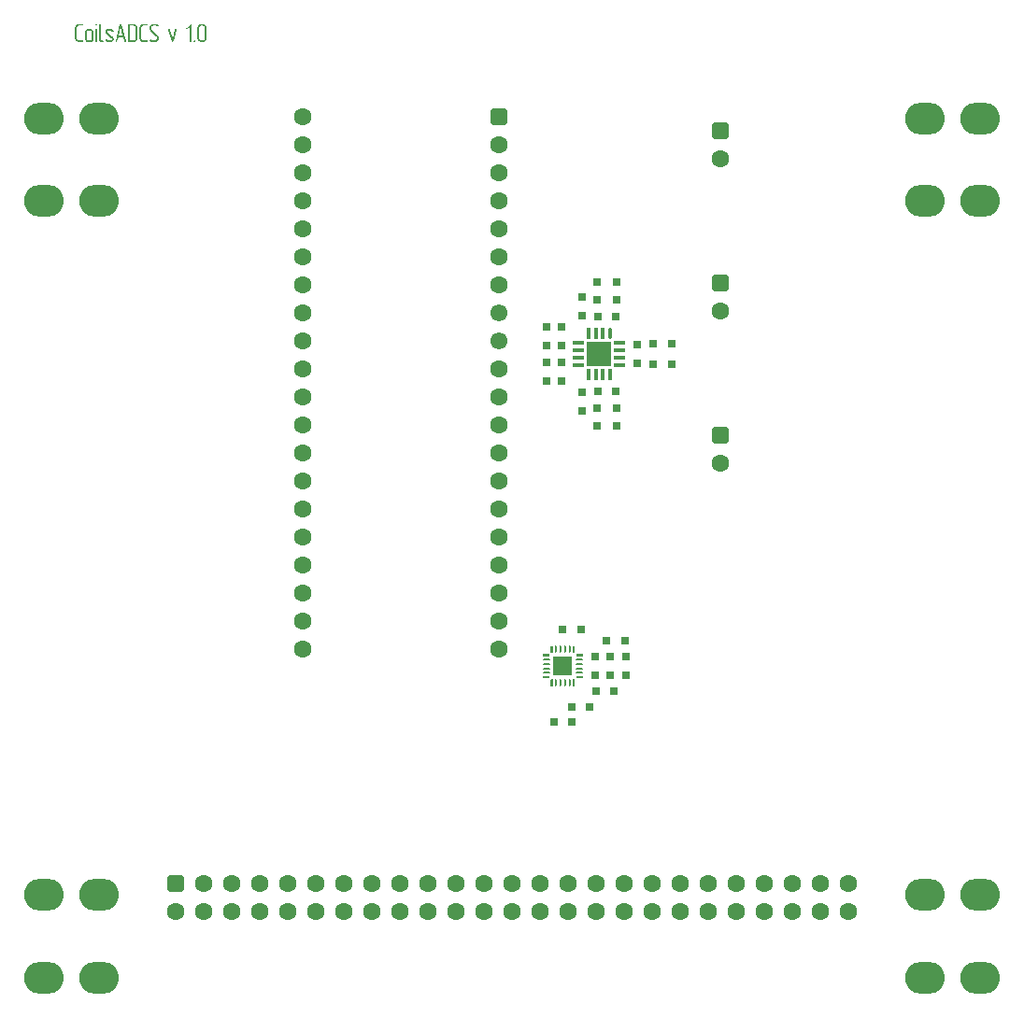
<source format=gts>
G04*
G04 #@! TF.GenerationSoftware,Altium Limited,Altium Designer,22.1.2 (22)*
G04*
G04 Layer_Color=8388736*
%FSAX44Y44*%
%MOMM*%
G71*
G04*
G04 #@! TF.SameCoordinates,AEE1FB78-7808-4CFB-96B9-68BC2BEC934A*
G04*
G04*
G04 #@! TF.FilePolarity,Negative*
G04*
G01*
G75*
G04:AMPARAMS|DCode=16|XSize=0.64mm|YSize=0.2mm|CornerRadius=0.05mm|HoleSize=0mm|Usage=FLASHONLY|Rotation=0.000|XOffset=0mm|YOffset=0mm|HoleType=Round|Shape=RoundedRectangle|*
%AMROUNDEDRECTD16*
21,1,0.6400,0.1000,0,0,0.0*
21,1,0.5400,0.2000,0,0,0.0*
1,1,0.1000,0.2700,-0.0500*
1,1,0.1000,-0.2700,-0.0500*
1,1,0.1000,-0.2700,0.0500*
1,1,0.1000,0.2700,0.0500*
%
%ADD16ROUNDEDRECTD16*%
G04:AMPARAMS|DCode=17|XSize=0.2mm|YSize=0.64mm|CornerRadius=0.05mm|HoleSize=0mm|Usage=FLASHONLY|Rotation=0.000|XOffset=0mm|YOffset=0mm|HoleType=Round|Shape=RoundedRectangle|*
%AMROUNDEDRECTD17*
21,1,0.2000,0.5400,0,0,0.0*
21,1,0.1000,0.6400,0,0,0.0*
1,1,0.1000,0.0500,-0.2700*
1,1,0.1000,-0.0500,-0.2700*
1,1,0.1000,-0.0500,0.2700*
1,1,0.1000,0.0500,0.2700*
%
%ADD17ROUNDEDRECTD17*%
%ADD18R,0.8000X0.8000*%
%ADD19R,0.8000X0.8000*%
%ADD20R,0.9900X0.3400*%
G04:AMPARAMS|DCode=21|XSize=0.99mm|YSize=0.34mm|CornerRadius=0.085mm|HoleSize=0mm|Usage=FLASHONLY|Rotation=270.000|XOffset=0mm|YOffset=0mm|HoleType=Round|Shape=RoundedRectangle|*
%AMROUNDEDRECTD21*
21,1,0.9900,0.1700,0,0,270.0*
21,1,0.8200,0.3400,0,0,270.0*
1,1,0.1700,-0.0850,-0.4100*
1,1,0.1700,-0.0850,0.4100*
1,1,0.1700,0.0850,0.4100*
1,1,0.1700,0.0850,-0.4100*
%
%ADD21ROUNDEDRECTD21*%
%ADD22R,0.3400X0.9900*%
%ADD23R,1.7000X1.7000*%
%ADD24R,2.1600X2.1600*%
G04:AMPARAMS|DCode=25|XSize=1.6mm|YSize=1.6mm|CornerRadius=0.4mm|HoleSize=0mm|Usage=FLASHONLY|Rotation=0.000|XOffset=0mm|YOffset=0mm|HoleType=Round|Shape=RoundedRectangle|*
%AMROUNDEDRECTD25*
21,1,1.6000,0.8000,0,0,0.0*
21,1,0.8000,1.6000,0,0,0.0*
1,1,0.8000,0.4000,-0.4000*
1,1,0.8000,-0.4000,-0.4000*
1,1,0.8000,-0.4000,0.4000*
1,1,0.8000,0.4000,0.4000*
%
%ADD25ROUNDEDRECTD25*%
%ADD26C,1.6000*%
%ADD27O,1.6000X1.5000*%
%ADD28O,3.6000X2.9000*%
G36*
X00093298Y00885214D02*
X00093506Y00885122D01*
X00093599Y00885076D01*
X00093692Y00884983D01*
X00093738Y00884937D01*
X00093807Y00884821D01*
X00093877Y00884636D01*
X00093923Y00884405D01*
Y00884381D01*
Y00884358D01*
X00093900Y00884220D01*
X00093830Y00884034D01*
X00093692Y00883849D01*
X00093645Y00883803D01*
X00093530Y00883734D01*
X00093344Y00883664D01*
X00093090Y00883618D01*
X00093021D01*
X00092882Y00883641D01*
X00092697Y00883710D01*
X00092512Y00883849D01*
X00092488Y00883895D01*
X00092419Y00884011D01*
X00092326Y00884173D01*
X00092303Y00884405D01*
Y00884428D01*
Y00884451D01*
X00092326Y00884590D01*
X00092396Y00884775D01*
X00092512Y00884983D01*
Y00885006D01*
X00092558Y00885029D01*
X00092674Y00885122D01*
X00092836Y00885191D01*
X00092951Y00885238D01*
X00093159D01*
X00093298Y00885214D01*
D02*
G37*
G36*
X00147028Y00885214D02*
X00147144D01*
X00147306Y00885191D01*
X00147653Y00885122D01*
X00148069Y00885029D01*
X00148532Y00884867D01*
X00148995Y00884659D01*
X00149481Y00884381D01*
X00149504D01*
X00149550Y00884335D01*
X00149689Y00884220D01*
X00149828Y00884011D01*
X00149874Y00883872D01*
X00149897Y00883710D01*
Y00883687D01*
Y00883664D01*
X00149874Y00883549D01*
X00149782Y00883363D01*
X00149735Y00883271D01*
X00149643Y00883155D01*
X00149596Y00883109D01*
X00149481Y00883039D01*
X00149272Y00882947D01*
X00149157Y00882924D01*
X00149041Y00882901D01*
X00148995D01*
X00148902Y00882924D01*
X00148740Y00882970D01*
X00148578Y00883039D01*
X00148532Y00883063D01*
X00148440Y00883132D01*
X00148254Y00883224D01*
X00148046Y00883340D01*
X00147768Y00883456D01*
X00147468Y00883549D01*
X00147121Y00883618D01*
X00146773Y00883641D01*
X00144945Y00883641D01*
X00144783Y00883618D01*
X00144575Y00883572D01*
X00144344Y00883479D01*
X00144089Y00883387D01*
X00143858Y00883224D01*
X00143626Y00883016D01*
X00143603Y00882993D01*
X00143534Y00882900D01*
X00143441Y00882785D01*
X00143349Y00882600D01*
X00143256Y00882392D01*
X00143164Y00882137D01*
X00143094Y00881859D01*
X00143071Y00881559D01*
Y00881512D01*
Y00881420D01*
X00143094Y00881258D01*
X00143140Y00881072D01*
X00143210Y00880841D01*
X00143326Y00880610D01*
X00143464Y00880355D01*
X00143650Y00880124D01*
X00148740Y00875010D01*
X00148763Y00874987D01*
X00148786Y00874964D01*
X00148833Y00874894D01*
X00148902Y00874825D01*
X00149087Y00874594D01*
X00149296Y00874293D01*
X00149481Y00873899D01*
X00149666Y00873460D01*
X00149782Y00872974D01*
X00149828Y00872696D01*
Y00872418D01*
Y00872395D01*
Y00872349D01*
Y00872280D01*
X00149805Y00872187D01*
Y00872048D01*
X00149782Y00871909D01*
X00149712Y00871562D01*
X00149573Y00871169D01*
X00149388Y00870752D01*
X00149157Y00870313D01*
X00148995Y00870105D01*
X00148810Y00869896D01*
Y00869873D01*
X00148763Y00869850D01*
X00148625Y00869734D01*
X00148393Y00869549D01*
X00148092Y00869341D01*
X00147699Y00869133D01*
X00147259Y00868971D01*
X00146727Y00868832D01*
X00146449Y00868809D01*
X00146149Y00868785D01*
X00144344D01*
X00144228Y00868809D01*
X00144112D01*
X00143950Y00868832D01*
X00143603Y00868878D01*
X00143187Y00868994D01*
X00142724Y00869133D01*
X00142261Y00869318D01*
X00141798Y00869595D01*
X00141775Y00869619D01*
X00141752Y00869642D01*
X00141613Y00869781D01*
X00141498Y00869989D01*
X00141451Y00870128D01*
X00141428Y00870266D01*
Y00870290D01*
Y00870313D01*
X00141451Y00870452D01*
X00141521Y00870637D01*
X00141636Y00870822D01*
Y00870845D01*
X00141683Y00870868D01*
X00141798Y00870961D01*
X00141984Y00871030D01*
X00142099Y00871076D01*
X00142261D01*
X00142354Y00871053D01*
X00142516Y00871030D01*
X00142678Y00870938D01*
X00142724Y00870914D01*
X00142817Y00870845D01*
X00142979Y00870752D01*
X00143210Y00870660D01*
X00143464Y00870567D01*
X00143788Y00870475D01*
X00144112Y00870405D01*
X00144483Y00870382D01*
X00146311D01*
X00146426Y00870405D01*
X00146681Y00870452D01*
X00146959Y00870544D01*
X00146982D01*
X00147028Y00870567D01*
X00147097Y00870613D01*
X00147190Y00870660D01*
X00147398Y00870799D01*
X00147606Y00870984D01*
X00147630Y00871007D01*
X00147653Y00871030D01*
X00147768Y00871169D01*
X00147907Y00871377D01*
X00148046Y00871632D01*
Y00871655D01*
X00148069Y00871701D01*
X00148092Y00871770D01*
X00148139Y00871863D01*
X00148185Y00872141D01*
X00148208Y00872442D01*
Y00872465D01*
Y00872511D01*
Y00872580D01*
X00148185Y00872696D01*
X00148162Y00872927D01*
X00148069Y00873205D01*
Y00873228D01*
X00148046Y00873275D01*
X00148000Y00873344D01*
X00147954Y00873437D01*
X00147792Y00873668D01*
X00147560Y00873923D01*
X00142493Y00878990D01*
Y00879013D01*
X00142446Y00879036D01*
X00142331Y00879175D01*
X00142169Y00879407D01*
X00141984Y00879707D01*
X00141775Y00880078D01*
X00141613Y00880517D01*
X00141498Y00881026D01*
X00141475Y00881281D01*
X00141451Y00881559D01*
Y00881582D01*
Y00881628D01*
Y00881697D01*
X00141475Y00881813D01*
Y00881952D01*
X00141498Y00882091D01*
X00141567Y00882438D01*
X00141683Y00882854D01*
X00141868Y00883271D01*
X00142099Y00883687D01*
X00142423Y00884081D01*
X00142446Y00884104D01*
X00142470Y00884127D01*
X00142608Y00884266D01*
X00142840Y00884451D01*
X00143140Y00884659D01*
X00143534Y00884867D01*
X00143997Y00885052D01*
X00144506Y00885191D01*
X00144783Y00885214D01*
X00145084Y00885238D01*
X00146912Y00885238D01*
X00147028Y00885214D01*
D02*
G37*
G36*
X00106025Y00880633D02*
X00106233Y00880610D01*
X00106488Y00880564D01*
X00106765Y00880494D01*
X00107043Y00880402D01*
X00107344Y00880263D01*
X00107390Y00880239D01*
X00107483Y00880193D01*
X00107622Y00880101D01*
X00107807Y00879985D01*
X00108015Y00879846D01*
X00108246Y00879661D01*
X00108455Y00879453D01*
X00108663Y00879198D01*
X00108686Y00879152D01*
X00108755Y00879036D01*
X00108825Y00878874D01*
X00108848Y00878689D01*
Y00878666D01*
Y00878643D01*
X00108825Y00878504D01*
X00108732Y00878319D01*
X00108686Y00878226D01*
X00108593Y00878134D01*
X00108547Y00878088D01*
X00108431Y00878018D01*
X00108246Y00877949D01*
X00108015Y00877902D01*
X00107945D01*
X00107876Y00877926D01*
X00107783Y00877949D01*
X00107575Y00878041D01*
X00107483Y00878111D01*
X00107390Y00878226D01*
X00107367Y00878273D01*
X00107275Y00878365D01*
X00107136Y00878481D01*
X00106927Y00878643D01*
X00106696Y00878805D01*
X00106395Y00878921D01*
X00106071Y00879013D01*
X00105701Y00879059D01*
X00104058D01*
X00103966Y00879036D01*
X00103850Y00879013D01*
X00103618Y00878921D01*
X00103480Y00878851D01*
X00103364Y00878736D01*
Y00878712D01*
X00103318Y00878689D01*
X00103271Y00878620D01*
X00103225Y00878527D01*
X00103132Y00878296D01*
X00103109Y00878134D01*
X00103086Y00877972D01*
Y00877949D01*
Y00877879D01*
X00103109Y00877787D01*
X00103132Y00877671D01*
X00103202Y00877532D01*
X00103271Y00877370D01*
X00103387Y00877231D01*
X00103526Y00877093D01*
X00107853Y00873575D01*
X00107876Y00873552D01*
X00107945Y00873506D01*
X00108038Y00873413D01*
X00108131Y00873298D01*
X00108270Y00873136D01*
X00108385Y00872974D01*
X00108501Y00872789D01*
X00108593Y00872580D01*
X00108617Y00872557D01*
X00108640Y00872488D01*
X00108686Y00872372D01*
X00108732Y00872256D01*
X00108778Y00872071D01*
X00108802Y00871909D01*
X00108848Y00871701D01*
Y00871493D01*
Y00871447D01*
Y00871308D01*
X00108802Y00871123D01*
X00108755Y00870868D01*
X00108663Y00870567D01*
X00108524Y00870266D01*
X00108339Y00869942D01*
X00108084Y00869619D01*
X00108061Y00869572D01*
X00107945Y00869480D01*
X00107783Y00869364D01*
X00107552Y00869202D01*
X00107275Y00869040D01*
X00106951Y00868924D01*
X00106557Y00868832D01*
X00106141Y00868785D01*
X00104405D01*
X00104243Y00868809D01*
X00104012Y00868832D01*
X00103757Y00868878D01*
X00103480Y00868948D01*
X00103202Y00869040D01*
X00102901Y00869156D01*
X00102878Y00869179D01*
X00102785Y00869225D01*
X00102623Y00869318D01*
X00102462Y00869433D01*
X00102253Y00869595D01*
X00102022Y00869781D01*
X00101814Y00869989D01*
X00101605Y00870220D01*
Y00870243D01*
X00101582Y00870266D01*
X00101536Y00870382D01*
X00101490Y00870544D01*
X00101467Y00870729D01*
Y00870752D01*
Y00870776D01*
X00101490Y00870914D01*
X00101559Y00871099D01*
X00101675Y00871285D01*
X00101721Y00871331D01*
X00101837Y00871400D01*
X00102022Y00871470D01*
X00102276Y00871516D01*
X00102346D01*
X00102438Y00871493D01*
X00102531Y00871470D01*
X00102623Y00871423D01*
X00102739Y00871377D01*
X00102832Y00871285D01*
X00102924Y00871169D01*
X00102947Y00871146D01*
X00103040Y00871053D01*
X00103179Y00870914D01*
X00103364Y00870776D01*
X00103595Y00870637D01*
X00103873Y00870498D01*
X00104197Y00870405D01*
X00104567Y00870382D01*
X00106233D01*
X00106303Y00870405D01*
X00106418Y00870428D01*
X00106673Y00870521D01*
X00106812Y00870590D01*
X00106927Y00870706D01*
X00106951Y00870729D01*
X00106974Y00870776D01*
X00107020Y00870822D01*
X00107089Y00870914D01*
X00107182Y00871146D01*
X00107205Y00871285D01*
X00107228Y00871447D01*
Y00871470D01*
Y00871539D01*
X00107205Y00871632D01*
X00107182Y00871747D01*
X00107136Y00871863D01*
X00107043Y00872025D01*
X00106951Y00872141D01*
X00106812Y00872280D01*
X00102462Y00875866D01*
X00102438Y00875889D01*
X00102369Y00875936D01*
X00102276Y00876028D01*
X00102161Y00876144D01*
X00102045Y00876283D01*
X00101906Y00876445D01*
X00101790Y00876630D01*
X00101698Y00876815D01*
Y00876838D01*
X00101652Y00876907D01*
X00101628Y00877023D01*
X00101582Y00877162D01*
X00101536Y00877324D01*
X00101513Y00877509D01*
X00101467Y00877926D01*
Y00877949D01*
Y00877972D01*
X00101490Y00878111D01*
X00101513Y00878319D01*
X00101559Y00878574D01*
X00101628Y00878874D01*
X00101767Y00879175D01*
X00101929Y00879499D01*
X00102161Y00879800D01*
X00102207Y00879846D01*
X00102299Y00879939D01*
X00102462Y00880078D01*
X00102693Y00880239D01*
X00102994Y00880378D01*
X00103318Y00880517D01*
X00103711Y00880610D01*
X00104128Y00880656D01*
X00105840D01*
X00106025Y00880633D01*
D02*
G37*
G36*
X00165239Y00880633D02*
X00165424Y00880564D01*
X00165632Y00880448D01*
X00165655D01*
X00165678Y00880402D01*
X00165771Y00880309D01*
X00165840Y00880124D01*
X00165887Y00880008D01*
Y00879869D01*
Y00879823D01*
Y00879754D01*
X00165863Y00879661D01*
X00165840Y00879592D01*
X00162994Y00869433D01*
Y00869410D01*
X00162948Y00869341D01*
X00162902Y00869225D01*
X00162832Y00869109D01*
X00162717Y00868971D01*
X00162578Y00868878D01*
X00162393Y00868785D01*
X00162184Y00868762D01*
X00162138D01*
X00162045Y00868785D01*
X00161883Y00868832D01*
X00161721Y00868924D01*
X00161698Y00868948D01*
X00161606Y00869040D01*
X00161536Y00869156D01*
X00161490Y00869271D01*
X00158598Y00879592D01*
Y00879615D01*
X00158574Y00879638D01*
X00158551Y00879731D01*
Y00879869D01*
Y00879892D01*
Y00879939D01*
X00158574Y00880078D01*
X00158644Y00880239D01*
X00158783Y00880425D01*
X00158806D01*
X00158829Y00880471D01*
X00158945Y00880540D01*
X00159130Y00880610D01*
X00159361Y00880656D01*
X00159454D01*
X00159546Y00880633D01*
X00159685Y00880587D01*
X00159801Y00880517D01*
X00159940Y00880402D01*
X00160055Y00880263D01*
X00160148Y00880054D01*
X00162207Y00872002D01*
X00164290Y00880054D01*
Y00880078D01*
X00164313Y00880147D01*
X00164359Y00880239D01*
X00164429Y00880355D01*
X00164521Y00880471D01*
X00164660Y00880564D01*
X00164845Y00880633D01*
X00165054Y00880656D01*
X00165100D01*
X00165239Y00880633D01*
D02*
G37*
G36*
X00189905Y00885214D02*
X00190044Y00885191D01*
X00190206Y00885168D01*
X00190576Y00885052D01*
X00190993Y00884891D01*
X00191224Y00884775D01*
X00191456Y00884636D01*
X00191687Y00884474D01*
X00191918Y00884289D01*
X00192127Y00884081D01*
X00192358Y00883826D01*
X00192381D01*
X00192404Y00883803D01*
X00192520Y00883687D01*
X00192682Y00883502D01*
X00192867Y00883271D01*
X00193029Y00882947D01*
X00193191Y00882553D01*
X00193307Y00882091D01*
X00193353Y00881836D01*
Y00881559D01*
Y00872418D01*
Y00872395D01*
Y00872349D01*
Y00872280D01*
X00193330Y00872164D01*
Y00872048D01*
X00193307Y00871886D01*
X00193214Y00871539D01*
X00193099Y00871123D01*
X00192890Y00870706D01*
X00192636Y00870266D01*
X00192451Y00870058D01*
X00192265Y00869850D01*
X00192242D01*
X00192219Y00869804D01*
X00192150Y00869757D01*
X00192080Y00869688D01*
X00191849Y00869503D01*
X00191548Y00869318D01*
X00191155Y00869133D01*
X00190715Y00868948D01*
X00190206Y00868832D01*
X00189928Y00868809D01*
X00189651Y00868785D01*
X00188378D01*
X00188262Y00868809D01*
X00188123D01*
X00187985Y00868832D01*
X00187614Y00868924D01*
X00187221Y00869040D01*
X00186781Y00869225D01*
X00186342Y00869480D01*
X00186133Y00869642D01*
X00185925Y00869827D01*
Y00869850D01*
X00185879Y00869873D01*
X00185833Y00869942D01*
X00185763Y00870012D01*
X00185601Y00870243D01*
X00185416Y00870544D01*
X00185208Y00870938D01*
X00185046Y00871377D01*
X00184930Y00871863D01*
X00184907Y00872141D01*
X00184884Y00872418D01*
Y00881559D01*
Y00881582D01*
Y00881628D01*
Y00881697D01*
X00184907Y00881813D01*
Y00881952D01*
X00184953Y00882091D01*
X00185023Y00882461D01*
X00185162Y00882877D01*
X00185347Y00883317D01*
X00185625Y00883780D01*
X00185786Y00884011D01*
X00185972Y00884220D01*
X00185995Y00884243D01*
X00186018Y00884266D01*
X00186157Y00884381D01*
X00186365Y00884544D01*
X00186666Y00884729D01*
X00187036Y00884914D01*
X00187476Y00885076D01*
X00187962Y00885191D01*
X00188239Y00885238D01*
X00189813D01*
X00189905Y00885214D01*
D02*
G37*
G36*
X00182408Y00870359D02*
X00182524Y00870336D01*
X00182686Y00870290D01*
X00182848Y00870174D01*
X00182963Y00870035D01*
X00183056Y00869850D01*
X00183102Y00869572D01*
Y00869549D01*
Y00869526D01*
X00183079Y00869387D01*
X00183010Y00869202D01*
X00182871Y00869017D01*
X00182825Y00868971D01*
X00182709Y00868901D01*
X00182524Y00868832D01*
X00182269Y00868785D01*
X00182200D01*
X00182061Y00868809D01*
X00181876Y00868878D01*
X00181691Y00868994D01*
X00181668Y00869040D01*
X00181598Y00869156D01*
X00181506Y00869341D01*
X00181483Y00869572D01*
Y00869595D01*
Y00869619D01*
X00181506Y00869757D01*
X00181575Y00869942D01*
X00181691Y00870128D01*
Y00870151D01*
X00181737Y00870174D01*
X00181853Y00870266D01*
X00182015Y00870336D01*
X00182130Y00870382D01*
X00182316D01*
X00182408Y00870359D01*
D02*
G37*
G36*
X00178983Y00885191D02*
X00179169Y00885122D01*
X00179377Y00884983D01*
X00179400D01*
X00179423Y00884937D01*
X00179516Y00884844D01*
X00179585Y00884659D01*
X00179631Y00884544D01*
Y00884405D01*
Y00869572D01*
Y00869549D01*
Y00869503D01*
X00179608Y00869433D01*
Y00869341D01*
X00179516Y00869156D01*
X00179469Y00869063D01*
X00179377Y00868971D01*
X00179331Y00868948D01*
X00179215Y00868878D01*
X00179053Y00868809D01*
X00178822Y00868785D01*
X00178775D01*
X00178613Y00868809D01*
X00178428Y00868878D01*
X00178243Y00868994D01*
X00178197Y00869040D01*
X00178127Y00869156D01*
X00178058Y00869318D01*
X00178012Y00869572D01*
Y00882831D01*
X00175975Y00880425D01*
X00175929Y00880378D01*
X00175813Y00880309D01*
X00175628Y00880239D01*
X00175397Y00880193D01*
X00175351D01*
X00175212Y00880216D01*
X00175027Y00880286D01*
X00174818Y00880425D01*
X00174772Y00880471D01*
X00174703Y00880587D01*
X00174633Y00880772D01*
X00174587Y00881003D01*
Y00881026D01*
Y00881049D01*
X00174610Y00881188D01*
X00174703Y00881373D01*
X00174749Y00881466D01*
X00174841Y00881559D01*
X00178266Y00884983D01*
X00178312Y00885029D01*
X00178405Y00885099D01*
X00178567Y00885168D01*
X00178798Y00885214D01*
X00178845D01*
X00178983Y00885191D01*
D02*
G37*
G36*
X00138883Y00885214D02*
X00138999Y00885191D01*
X00139161Y00885145D01*
X00139323Y00885029D01*
X00139438Y00884891D01*
X00139531Y00884705D01*
X00139577Y00884428D01*
Y00884405D01*
Y00884381D01*
X00139554Y00884243D01*
X00139485Y00884057D01*
X00139346Y00883872D01*
X00139299Y00883826D01*
X00139184Y00883757D01*
X00138999Y00883687D01*
X00138744Y00883641D01*
X00135759D01*
X00135597Y00883618D01*
X00135389Y00883572D01*
X00135181Y00883502D01*
X00134926Y00883387D01*
X00134695Y00883248D01*
X00134463Y00883039D01*
X00134440Y00883016D01*
X00134371Y00882947D01*
X00134278Y00882808D01*
X00134186Y00882646D01*
X00134070Y00882415D01*
X00133977Y00882160D01*
X00133908Y00881882D01*
X00133885Y00881559D01*
Y00872418D01*
Y00872395D01*
Y00872349D01*
Y00872256D01*
X00133908Y00872164D01*
X00133954Y00871886D01*
X00134024Y00871609D01*
Y00871585D01*
X00134047Y00871539D01*
X00134093Y00871470D01*
X00134139Y00871400D01*
X00134278Y00871169D01*
X00134463Y00870961D01*
X00134486D01*
X00134509Y00870914D01*
X00134648Y00870799D01*
X00134857Y00870660D01*
X00135111Y00870521D01*
X00135134D01*
X00135181Y00870498D01*
X00135250Y00870475D01*
X00135343Y00870452D01*
X00135597Y00870405D01*
X00135898Y00870382D01*
X00138790D01*
X00138883Y00870359D01*
X00138999Y00870336D01*
X00139161Y00870290D01*
X00139323Y00870174D01*
X00139438Y00870035D01*
X00139531Y00869850D01*
X00139577Y00869572D01*
Y00869549D01*
Y00869526D01*
X00139554Y00869387D01*
X00139485Y00869202D01*
X00139346Y00869017D01*
X00139299Y00868971D01*
X00139184Y00868901D01*
X00138999Y00868832D01*
X00138744Y00868785D01*
X00135759D01*
X00135643Y00868809D01*
X00135505Y00868832D01*
X00135366Y00868855D01*
X00134995Y00868924D01*
X00134602Y00869063D01*
X00134162Y00869271D01*
X00133931Y00869410D01*
X00133700Y00869572D01*
X00133468Y00869734D01*
X00133260Y00869942D01*
Y00869966D01*
X00133214Y00869989D01*
X00133098Y00870105D01*
X00132936Y00870313D01*
X00132774Y00870613D01*
X00132589Y00870961D01*
X00132427Y00871377D01*
X00132311Y00871863D01*
X00132288Y00872141D01*
X00132265Y00872418D01*
Y00881559D01*
Y00881582D01*
Y00881628D01*
Y00881697D01*
X00132288Y00881813D01*
Y00881952D01*
X00132311Y00882091D01*
X00132404Y00882461D01*
X00132520Y00882854D01*
X00132705Y00883294D01*
X00132959Y00883734D01*
X00133121Y00883942D01*
X00133306Y00884150D01*
X00133329Y00884173D01*
X00133353Y00884196D01*
X00133422Y00884243D01*
X00133491Y00884312D01*
X00133723Y00884497D01*
X00134047Y00884705D01*
X00134417Y00884891D01*
X00134857Y00885076D01*
X00135366Y00885191D01*
X00135620Y00885238D01*
X00138790D01*
X00138883Y00885214D01*
D02*
G37*
G36*
X00127012D02*
X00127151Y00885191D01*
X00127313Y00885168D01*
X00127683Y00885076D01*
X00128100Y00884891D01*
X00128331Y00884798D01*
X00128563Y00884659D01*
X00128794Y00884497D01*
X00129025Y00884312D01*
X00129234Y00884104D01*
X00129465Y00883849D01*
X00129488D01*
X00129511Y00883803D01*
X00129627Y00883710D01*
X00129789Y00883525D01*
X00129974Y00883271D01*
X00130136Y00882947D01*
X00130298Y00882553D01*
X00130414Y00882091D01*
X00130460Y00881836D01*
Y00881559D01*
Y00872418D01*
Y00872395D01*
Y00872349D01*
Y00872280D01*
X00130437Y00872164D01*
Y00872048D01*
X00130414Y00871886D01*
X00130321Y00871539D01*
X00130206Y00871123D01*
X00129997Y00870706D01*
X00129743Y00870266D01*
X00129558Y00870058D01*
X00129373Y00869850D01*
X00129349D01*
X00129326Y00869804D01*
X00129257Y00869757D01*
X00129187Y00869688D01*
X00128956Y00869503D01*
X00128655Y00869318D01*
X00128262Y00869133D01*
X00127822Y00868948D01*
X00127313Y00868832D01*
X00127036Y00868809D01*
X00126758Y00868785D01*
X00122755D01*
X00122662Y00868809D01*
X00122523Y00868832D01*
X00122385Y00868878D01*
X00122246Y00868971D01*
X00122107Y00869109D01*
X00122014Y00869318D01*
X00121991Y00869572D01*
Y00884405D01*
Y00884451D01*
X00122014Y00884543D01*
X00122037Y00884659D01*
X00122084Y00884821D01*
X00122176Y00884983D01*
X00122315Y00885099D01*
X00122523Y00885191D01*
X00122778Y00885238D01*
X00126920D01*
X00127012Y00885214D01*
D02*
G37*
G36*
X00115535Y00885168D02*
X00115674Y00885122D01*
X00115790Y00885052D01*
X00115929Y00884914D01*
X00116044Y00884752D01*
X00116137Y00884520D01*
X00120140Y00869734D01*
Y00869572D01*
Y00869549D01*
Y00869526D01*
X00120117Y00869387D01*
X00120024Y00869202D01*
X00119978Y00869109D01*
X00119885Y00869017D01*
X00119839Y00868971D01*
X00119724Y00868901D01*
X00119538Y00868832D01*
X00119330Y00868785D01*
X00119237D01*
X00119122Y00868809D01*
X00118983Y00868855D01*
X00118844Y00868948D01*
X00118729Y00869040D01*
X00118613Y00869202D01*
X00118543Y00869410D01*
X00117479Y00873367D01*
X00113198D01*
X00112111Y00869318D01*
Y00869295D01*
X00112087Y00869225D01*
X00112018Y00869156D01*
X00111949Y00869063D01*
X00111856Y00868948D01*
X00111717Y00868878D01*
X00111555Y00868809D01*
X00111347Y00868785D01*
X00111301D01*
X00111162Y00868809D01*
X00110977Y00868878D01*
X00110768Y00868994D01*
X00110722Y00869040D01*
X00110653Y00869156D01*
X00110583Y00869341D01*
X00110537Y00869572D01*
Y00869595D01*
Y00869665D01*
X00110560Y00869757D01*
X00110583Y00869827D01*
X00114563Y00884520D01*
Y00884543D01*
X00114610Y00884636D01*
X00114656Y00884752D01*
X00114725Y00884867D01*
X00114841Y00885006D01*
X00114957Y00885099D01*
X00115119Y00885191D01*
X00115327Y00885214D01*
X00115420D01*
X00115535Y00885168D01*
D02*
G37*
G36*
X00096700Y00885214D02*
X00096885Y00885145D01*
X00097093Y00885006D01*
X00097116D01*
X00097139Y00884960D01*
X00097232Y00884844D01*
X00097301Y00884659D01*
X00097348Y00884543D01*
Y00884405D01*
Y00871285D01*
Y00871261D01*
Y00871215D01*
X00097371Y00871146D01*
Y00871053D01*
X00097463Y00870845D01*
X00097510Y00870729D01*
X00097602Y00870637D01*
X00097625D01*
X00097648Y00870590D01*
X00097764Y00870521D01*
X00097972Y00870428D01*
X00098088Y00870405D01*
X00098204Y00870382D01*
X00098829D01*
X00098921Y00870359D01*
X00099060Y00870336D01*
X00099222Y00870290D01*
X00099361Y00870174D01*
X00099500Y00870035D01*
X00099592Y00869850D01*
X00099639Y00869572D01*
Y00869549D01*
Y00869526D01*
X00099615Y00869387D01*
X00099546Y00869202D01*
X00099407Y00869017D01*
X00099361Y00868971D01*
X00099245Y00868901D01*
X00099060Y00868832D01*
X00098782Y00868785D01*
X00098019D01*
X00097903Y00868809D01*
X00097579Y00868855D01*
X00097232Y00868971D01*
X00097209D01*
X00097163Y00869017D01*
X00097070Y00869040D01*
X00096977Y00869109D01*
X00096723Y00869271D01*
X00096445Y00869503D01*
X00096422Y00869526D01*
X00096399Y00869572D01*
X00096329Y00869642D01*
X00096260Y00869734D01*
X00096075Y00869989D01*
X00095913Y00870290D01*
Y00870313D01*
X00095890Y00870382D01*
X00095867Y00870475D01*
X00095821Y00870590D01*
X00095797Y00870752D01*
X00095751Y00870914D01*
X00095728Y00871308D01*
Y00884405D01*
Y00884428D01*
Y00884474D01*
X00095751Y00884613D01*
X00095821Y00884821D01*
X00095936Y00885006D01*
X00095982Y00885052D01*
X00096098Y00885122D01*
X00096283Y00885191D01*
X00096515Y00885238D01*
X00096561D01*
X00096700Y00885214D01*
D02*
G37*
G36*
X00093275Y00880610D02*
X00093460Y00880540D01*
X00093645Y00880425D01*
X00093668D01*
X00093692Y00880402D01*
X00093784Y00880286D01*
X00093877Y00880101D01*
X00093923Y00879985D01*
Y00879846D01*
Y00869572D01*
Y00869549D01*
Y00869526D01*
X00093900Y00869364D01*
X00093807Y00869179D01*
X00093761Y00869086D01*
X00093668Y00868994D01*
X00093622Y00868971D01*
X00093506Y00868901D01*
X00093344Y00868809D01*
X00093113Y00868785D01*
X00093067D01*
X00092905Y00868809D01*
X00092720Y00868878D01*
X00092535Y00868994D01*
X00092488Y00869040D01*
X00092419Y00869156D01*
X00092350Y00869318D01*
X00092303Y00869572D01*
Y00879846D01*
Y00879869D01*
Y00879916D01*
X00092326Y00880078D01*
X00092396Y00880263D01*
X00092535Y00880425D01*
X00092558D01*
X00092581Y00880448D01*
X00092697Y00880540D01*
X00092882Y00880610D01*
X00093113Y00880633D01*
X00093159D01*
X00093275Y00880610D01*
D02*
G37*
G36*
X00088254Y00880633D02*
X00088578Y00880564D01*
X00088925Y00880448D01*
X00088948D01*
X00088994Y00880402D01*
X00089087Y00880355D01*
X00089203Y00880309D01*
X00089457Y00880124D01*
X00089735Y00879892D01*
X00089758Y00879869D01*
X00089804Y00879846D01*
X00089851Y00879777D01*
X00089943Y00879684D01*
X00090105Y00879430D01*
X00090267Y00879106D01*
Y00879082D01*
X00090290Y00879036D01*
X00090336Y00878944D01*
X00090383Y00878805D01*
X00090452Y00878504D01*
X00090475Y00878157D01*
Y00871308D01*
Y00871285D01*
Y00871261D01*
Y00871123D01*
X00090429Y00870938D01*
X00090383Y00870683D01*
X00090290Y00870382D01*
X00090174Y00870081D01*
X00089989Y00869781D01*
X00089735Y00869503D01*
X00089712Y00869480D01*
X00089596Y00869387D01*
X00089457Y00869271D01*
X00089249Y00869156D01*
X00088971Y00869017D01*
X00088670Y00868901D01*
X00088323Y00868809D01*
X00087930Y00868785D01*
X00085593D01*
X00085454Y00868809D01*
X00085269Y00868832D01*
X00085014Y00868878D01*
X00084713Y00868971D01*
X00084413Y00869086D01*
X00084112Y00869271D01*
X00083834Y00869503D01*
X00083811Y00869526D01*
X00083719Y00869642D01*
X00083626Y00869781D01*
X00083487Y00869989D01*
X00083371Y00870266D01*
X00083256Y00870567D01*
X00083163Y00870914D01*
X00083140Y00871308D01*
Y00878157D01*
Y00878180D01*
Y00878250D01*
Y00878342D01*
X00083163Y00878458D01*
X00083209Y00878782D01*
X00083325Y00879106D01*
Y00879129D01*
X00083371Y00879175D01*
X00083395Y00879268D01*
X00083464Y00879383D01*
X00083626Y00879638D01*
X00083834Y00879916D01*
X00083857Y00879939D01*
X00083904Y00879985D01*
X00083973Y00880031D01*
X00084066Y00880124D01*
X00084320Y00880286D01*
X00084621Y00880448D01*
X00084644D01*
X00084713Y00880471D01*
X00084806Y00880517D01*
X00084922Y00880564D01*
X00085084Y00880587D01*
X00085246Y00880633D01*
X00085639Y00880656D01*
X00088115D01*
X00088254Y00880633D01*
D02*
G37*
G36*
X00080618Y00885214D02*
X00080734Y00885191D01*
X00080896Y00885145D01*
X00081058Y00885029D01*
X00081173Y00884891D01*
X00081266Y00884705D01*
X00081312Y00884428D01*
Y00884405D01*
Y00884381D01*
X00081289Y00884243D01*
X00081220Y00884057D01*
X00081081Y00883872D01*
X00081034Y00883826D01*
X00080919Y00883757D01*
X00080734Y00883687D01*
X00080479Y00883641D01*
X00077494D01*
X00077332Y00883618D01*
X00077124Y00883572D01*
X00076916Y00883502D01*
X00076661Y00883387D01*
X00076430Y00883248D01*
X00076198Y00883039D01*
X00076175Y00883016D01*
X00076106Y00882947D01*
X00076013Y00882808D01*
X00075921Y00882646D01*
X00075805Y00882415D01*
X00075712Y00882160D01*
X00075643Y00881882D01*
X00075620Y00881559D01*
Y00872418D01*
Y00872395D01*
Y00872349D01*
Y00872256D01*
X00075643Y00872164D01*
X00075689Y00871886D01*
X00075759Y00871609D01*
Y00871585D01*
X00075782Y00871539D01*
X00075828Y00871470D01*
X00075874Y00871400D01*
X00076013Y00871169D01*
X00076198Y00870961D01*
X00076221D01*
X00076245Y00870914D01*
X00076383Y00870799D01*
X00076592Y00870660D01*
X00076846Y00870521D01*
X00076869D01*
X00076916Y00870498D01*
X00076985Y00870475D01*
X00077077Y00870452D01*
X00077332Y00870405D01*
X00077633Y00870382D01*
X00080525D01*
X00080618Y00870359D01*
X00080734Y00870336D01*
X00080896Y00870290D01*
X00081058Y00870174D01*
X00081173Y00870035D01*
X00081266Y00869850D01*
X00081312Y00869572D01*
Y00869549D01*
Y00869526D01*
X00081289Y00869387D01*
X00081220Y00869202D01*
X00081081Y00869017D01*
X00081034Y00868971D01*
X00080919Y00868901D01*
X00080734Y00868832D01*
X00080479Y00868785D01*
X00077494D01*
X00077378Y00868809D01*
X00077239Y00868832D01*
X00077101Y00868855D01*
X00076730Y00868924D01*
X00076337Y00869063D01*
X00075897Y00869271D01*
X00075666Y00869410D01*
X00075435Y00869572D01*
X00075203Y00869734D01*
X00074995Y00869942D01*
Y00869966D01*
X00074949Y00869989D01*
X00074833Y00870105D01*
X00074671Y00870313D01*
X00074509Y00870613D01*
X00074324Y00870961D01*
X00074162Y00871377D01*
X00074046Y00871863D01*
X00074023Y00872141D01*
X00074000Y00872418D01*
Y00881559D01*
Y00881582D01*
Y00881628D01*
Y00881697D01*
X00074023Y00881813D01*
Y00881952D01*
X00074046Y00882091D01*
X00074139Y00882461D01*
X00074254Y00882854D01*
X00074440Y00883294D01*
X00074694Y00883734D01*
X00074856Y00883942D01*
X00075041Y00884150D01*
X00075064Y00884173D01*
X00075088Y00884196D01*
X00075157Y00884243D01*
X00075226Y00884312D01*
X00075458Y00884497D01*
X00075782Y00884705D01*
X00076152Y00884891D01*
X00076592Y00885076D01*
X00077101Y00885191D01*
X00077355Y00885238D01*
X00080525D01*
X00080618Y00885214D01*
D02*
G37*
G36*
X00527000Y00315500D02*
X00526500Y00315000D01*
X00525000D01*
Y00321400D01*
X00527000D01*
Y00315500D01*
D02*
G37*
G36*
X00507000Y00315000D02*
X00505500D01*
X00505000Y00315500D01*
Y00321400D01*
X00507000D01*
Y00315000D01*
D02*
G37*
G36*
X00534400Y00312000D02*
X00528000D01*
Y00313500D01*
X00528500Y00314000D01*
X00534400D01*
Y00312000D01*
D02*
G37*
G36*
X00504000Y00313500D02*
Y00312000D01*
X00497600D01*
Y00314000D01*
X00503500D01*
X00504000Y00313500D01*
D02*
G37*
G36*
X00534400Y00292000D02*
X00528500D01*
X00528000Y00292500D01*
Y00294000D01*
X00534400D01*
Y00292000D01*
D02*
G37*
G36*
X00504000Y00292500D02*
X00503500Y00292000D01*
X00497600D01*
Y00294000D01*
X00504000D01*
Y00292500D01*
D02*
G37*
G36*
X00527000Y00290500D02*
Y00284600D01*
X00525000D01*
Y00291000D01*
X00526500D01*
X00527000Y00290500D01*
D02*
G37*
G36*
X00507000Y00284600D02*
X00505000D01*
Y00290500D01*
X00505500Y00291000D01*
X00507000D01*
Y00284600D01*
D02*
G37*
%LPC*%
G36*
X00189651Y00883641D02*
X00188355D01*
X00188262Y00883618D01*
X00188008Y00883572D01*
X00187730Y00883479D01*
X00187707D01*
X00187661Y00883456D01*
X00187614Y00883410D01*
X00187522Y00883363D01*
X00187314Y00883224D01*
X00187082Y00883016D01*
Y00882993D01*
X00187036Y00882970D01*
X00186920Y00882831D01*
X00186781Y00882623D01*
X00186643Y00882368D01*
Y00882345D01*
X00186619Y00882299D01*
X00186596Y00882230D01*
X00186573Y00882137D01*
X00186527Y00881882D01*
X00186504Y00881559D01*
Y00872418D01*
Y00872395D01*
Y00872349D01*
Y00872256D01*
X00186527Y00872164D01*
X00186573Y00871886D01*
X00186643Y00871609D01*
Y00871585D01*
X00186666Y00871539D01*
X00186712Y00871470D01*
X00186758Y00871400D01*
X00186897Y00871169D01*
X00187082Y00870961D01*
X00187105D01*
X00187129Y00870914D01*
X00187267Y00870799D01*
X00187476Y00870660D01*
X00187730Y00870521D01*
X00187753D01*
X00187800Y00870498D01*
X00187869Y00870475D01*
X00187962Y00870452D01*
X00188216Y00870405D01*
X00188517Y00870382D01*
X00189813D01*
X00189975Y00870405D01*
X00190183Y00870452D01*
X00190414Y00870521D01*
X00190646Y00870613D01*
X00190900Y00870752D01*
X00191132Y00870938D01*
X00191155Y00870961D01*
X00191224Y00871053D01*
X00191317Y00871169D01*
X00191432Y00871331D01*
X00191548Y00871562D01*
X00191641Y00871817D01*
X00191710Y00872094D01*
X00191733Y00872418D01*
Y00881559D01*
Y00881582D01*
Y00881628D01*
Y00881697D01*
X00191710Y00881813D01*
X00191664Y00882044D01*
X00191571Y00882322D01*
Y00882345D01*
X00191548Y00882392D01*
X00191502Y00882461D01*
X00191456Y00882553D01*
X00191317Y00882762D01*
X00191108Y00882993D01*
X00191085Y00883016D01*
X00191062Y00883039D01*
X00190923Y00883155D01*
X00190715Y00883317D01*
X00190461Y00883456D01*
X00190438D01*
X00190391Y00883479D01*
X00190322Y00883525D01*
X00190229Y00883549D01*
X00189975Y00883618D01*
X00189651Y00883641D01*
D02*
G37*
G36*
X00126758Y00883641D02*
X00123611D01*
Y00870382D01*
X00126920D01*
X00127082Y00870405D01*
X00127290Y00870452D01*
X00127521Y00870521D01*
X00127753Y00870613D01*
X00128007Y00870752D01*
X00128239Y00870938D01*
X00128262Y00870961D01*
X00128331Y00871053D01*
X00128424Y00871169D01*
X00128540Y00871331D01*
X00128655Y00871562D01*
X00128748Y00871817D01*
X00128817Y00872094D01*
X00128840Y00872418D01*
Y00881559D01*
Y00881582D01*
Y00881628D01*
Y00881697D01*
X00128817Y00881813D01*
X00128771Y00882044D01*
X00128678Y00882322D01*
Y00882345D01*
X00128655Y00882392D01*
X00128609Y00882461D01*
X00128563Y00882553D01*
X00128424Y00882762D01*
X00128216Y00882993D01*
X00128193Y00883016D01*
X00128169Y00883039D01*
X00128031Y00883155D01*
X00127822Y00883317D01*
X00127568Y00883456D01*
X00127545D01*
X00127498Y00883479D01*
X00127429Y00883525D01*
X00127336Y00883548D01*
X00127082Y00883618D01*
X00126758Y00883641D01*
D02*
G37*
G36*
X00115327Y00881998D02*
X00113568Y00874964D01*
X00117132D01*
X00115327Y00881998D01*
D02*
G37*
G36*
X00088069Y00879059D02*
X00085570D01*
X00085408Y00879036D01*
X00085223Y00878944D01*
X00085107Y00878874D01*
X00085014Y00878782D01*
X00084968Y00878736D01*
X00084899Y00878620D01*
X00084806Y00878411D01*
X00084783Y00878296D01*
X00084760Y00878157D01*
Y00871285D01*
Y00871261D01*
Y00871215D01*
X00084783Y00871146D01*
Y00871053D01*
X00084875Y00870845D01*
X00084922Y00870729D01*
X00085014Y00870637D01*
X00085037D01*
X00085061Y00870590D01*
X00085176Y00870521D01*
X00085385Y00870428D01*
X00085500Y00870405D01*
X00085616Y00870382D01*
X00087999D01*
X00088069Y00870405D01*
X00088161D01*
X00088370Y00870498D01*
X00088485Y00870544D01*
X00088578Y00870637D01*
X00088601Y00870660D01*
X00088624Y00870683D01*
X00088717Y00870822D01*
X00088809Y00871007D01*
X00088855Y00871146D01*
Y00871285D01*
Y00878157D01*
Y00878180D01*
Y00878226D01*
X00088832Y00878296D01*
Y00878365D01*
X00088740Y00878574D01*
X00088670Y00878689D01*
X00088578Y00878782D01*
Y00878805D01*
X00088532Y00878828D01*
X00088393Y00878921D01*
X00088208Y00879013D01*
X00088069Y00879059D01*
D02*
G37*
%LPD*%
D16*
X00500800Y00301000D02*
D03*
Y00309000D02*
D03*
Y00305000D02*
D03*
Y00297000D02*
D03*
X00531200D02*
D03*
Y00301000D02*
D03*
Y00305000D02*
D03*
Y00309000D02*
D03*
D17*
X00510000Y00287800D02*
D03*
X00514000D02*
D03*
X00518000D02*
D03*
X00522000D02*
D03*
Y00318200D02*
D03*
X00518000D02*
D03*
X00514000D02*
D03*
X00510000D02*
D03*
D18*
X00565000Y00651500D02*
D03*
Y00635000D02*
D03*
X00547000Y00651250D02*
D03*
Y00634750D02*
D03*
X00533000Y00637250D02*
D03*
Y00620750D02*
D03*
X00515000Y00593750D02*
D03*
Y00610250D02*
D03*
X00501000Y00593750D02*
D03*
Y00610250D02*
D03*
X00515000Y00578250D02*
D03*
Y00561750D02*
D03*
X00501000Y00578250D02*
D03*
Y00561750D02*
D03*
X00583000Y00577750D02*
D03*
Y00594250D02*
D03*
X00533000Y00551250D02*
D03*
Y00534750D02*
D03*
X00547000Y00520750D02*
D03*
Y00537250D02*
D03*
X00565000Y00520750D02*
D03*
Y00537250D02*
D03*
X00573000Y00294750D02*
D03*
Y00311250D02*
D03*
X00559000D02*
D03*
Y00294750D02*
D03*
X00545000Y00311250D02*
D03*
Y00294750D02*
D03*
D19*
X00564250Y00620000D02*
D03*
X00547750D02*
D03*
X00614250Y00595000D02*
D03*
X00597750D02*
D03*
X00614250Y00577000D02*
D03*
X00597750D02*
D03*
X00547750Y00552000D02*
D03*
X00564250Y00552000D02*
D03*
X00524250Y00252000D02*
D03*
X00507750D02*
D03*
X00540250Y00266000D02*
D03*
X00523750D02*
D03*
X00562250Y00280000D02*
D03*
X00545750D02*
D03*
X00555750Y00326000D02*
D03*
X00572250D02*
D03*
X00532250Y00336000D02*
D03*
X00515750D02*
D03*
D20*
X00530400Y00595750D02*
D03*
Y00589250D02*
D03*
Y00582750D02*
D03*
Y00576250D02*
D03*
X00567600D02*
D03*
Y00582750D02*
D03*
Y00589250D02*
D03*
Y00595750D02*
D03*
D21*
X00558750Y00604600D02*
D03*
D22*
X00552250D02*
D03*
X00545750D02*
D03*
X00539250D02*
D03*
Y00567400D02*
D03*
X00545750D02*
D03*
X00552250D02*
D03*
X00558750D02*
D03*
D23*
X00516000Y00303000D02*
D03*
D24*
X00549000Y00586000D02*
D03*
D25*
X00457900Y00801300D02*
D03*
X00165200Y00105700D02*
D03*
X00659000Y00788700D02*
D03*
X00659000Y00650700D02*
D03*
Y00512700D02*
D03*
D26*
X00457900Y00775900D02*
D03*
Y00750500D02*
D03*
Y00725100D02*
D03*
Y00699700D02*
D03*
Y00674300D02*
D03*
Y00648900D02*
D03*
Y00572700D02*
D03*
Y00547300D02*
D03*
Y00521900D02*
D03*
Y00496500D02*
D03*
Y00471100D02*
D03*
Y00445700D02*
D03*
X00280100Y00471100D02*
D03*
Y00496500D02*
D03*
Y00521900D02*
D03*
Y00547300D02*
D03*
Y00572700D02*
D03*
Y00598100D02*
D03*
Y00623500D02*
D03*
Y00648900D02*
D03*
Y00674300D02*
D03*
Y00725100D02*
D03*
Y00750500D02*
D03*
Y00775900D02*
D03*
Y00801300D02*
D03*
Y00445700D02*
D03*
X00457900Y00420300D02*
D03*
Y00394900D02*
D03*
Y00369500D02*
D03*
Y00344100D02*
D03*
Y00318700D02*
D03*
X00280100Y00420300D02*
D03*
Y00394900D02*
D03*
Y00369500D02*
D03*
Y00344100D02*
D03*
Y00318700D02*
D03*
Y00699700D02*
D03*
X00266800Y00105700D02*
D03*
Y00080300D02*
D03*
X00292200Y00105700D02*
D03*
Y00080300D02*
D03*
X00317600Y00105700D02*
D03*
Y00080300D02*
D03*
X00343000Y00105700D02*
D03*
Y00080300D02*
D03*
X00368400Y00105700D02*
D03*
Y00080300D02*
D03*
X00393800Y00105700D02*
D03*
Y00080300D02*
D03*
X00419200Y00105700D02*
D03*
Y00080300D02*
D03*
X00444600Y00105700D02*
D03*
Y00080300D02*
D03*
X00470000Y00105700D02*
D03*
Y00080300D02*
D03*
X00495400Y00105700D02*
D03*
Y00080300D02*
D03*
X00520800Y00105700D02*
D03*
Y00080300D02*
D03*
X00546200Y00105700D02*
D03*
Y00080300D02*
D03*
X00571600Y00105700D02*
D03*
Y00080300D02*
D03*
X00597000Y00105700D02*
D03*
Y00080300D02*
D03*
X00622400Y00105700D02*
D03*
Y00080300D02*
D03*
X00647800Y00105700D02*
D03*
Y00080300D02*
D03*
X00673200Y00105700D02*
D03*
Y00080300D02*
D03*
X00698600Y00105700D02*
D03*
Y00080300D02*
D03*
X00724000Y00105700D02*
D03*
Y00080300D02*
D03*
X00749400Y00105700D02*
D03*
Y00080300D02*
D03*
X00774800Y00105700D02*
D03*
Y00080300D02*
D03*
X00216000Y00105700D02*
D03*
X00190600D02*
D03*
X00216000Y00080300D02*
D03*
X00190600D02*
D03*
X00165200D02*
D03*
X00241400Y00105700D02*
D03*
Y00080300D02*
D03*
X00659000Y00763300D02*
D03*
Y00625300D02*
D03*
Y00487300D02*
D03*
D27*
X00457900Y00623500D02*
D03*
Y00598100D02*
D03*
D28*
X00894000Y00799500D02*
D03*
Y00724500D02*
D03*
X00844000Y00799500D02*
D03*
X00844000Y00724500D02*
D03*
X00894000Y00095500D02*
D03*
Y00020500D02*
D03*
X00844000Y00095500D02*
D03*
Y00020500D02*
D03*
X00046000D02*
D03*
Y00095500D02*
D03*
X00096000Y00020500D02*
D03*
Y00095500D02*
D03*
X00046000Y00724500D02*
D03*
Y00799500D02*
D03*
X00096000Y00724500D02*
D03*
Y00799500D02*
D03*
M02*

</source>
